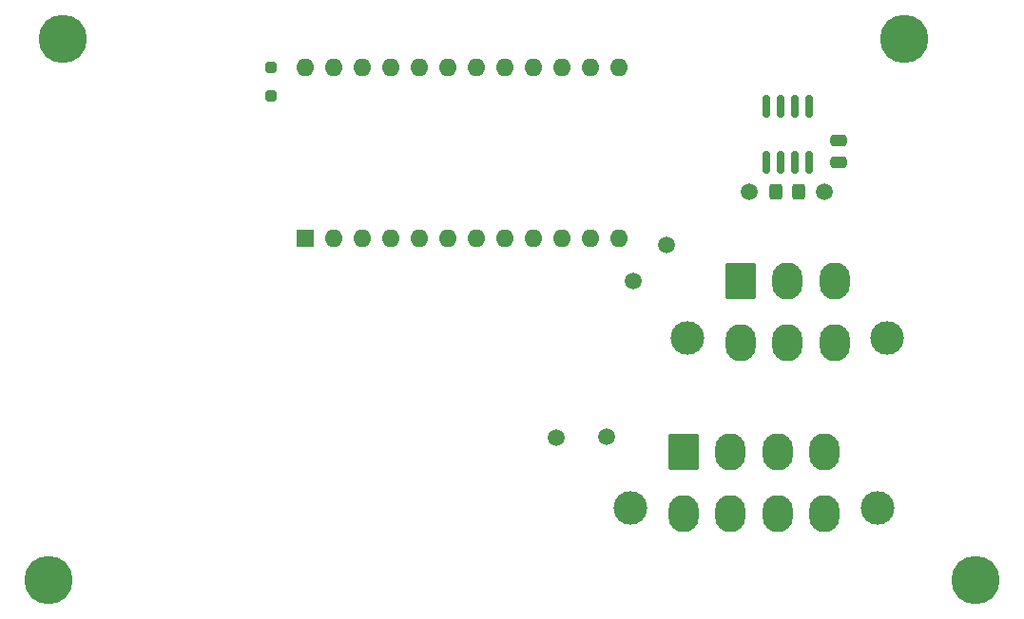
<source format=gbr>
%TF.GenerationSoftware,KiCad,Pcbnew,7.0.1*%
%TF.CreationDate,2023-11-05T12:29:06-07:00*%
%TF.ProjectId,ABSIS_HID Bus Master,41425349-535f-4484-9944-20427573204d,3*%
%TF.SameCoordinates,Original*%
%TF.FileFunction,Soldermask,Top*%
%TF.FilePolarity,Negative*%
%FSLAX46Y46*%
G04 Gerber Fmt 4.6, Leading zero omitted, Abs format (unit mm)*
G04 Created by KiCad (PCBNEW 7.0.1) date 2023-11-05 12:29:06*
%MOMM*%
%LPD*%
G01*
G04 APERTURE LIST*
G04 Aperture macros list*
%AMRoundRect*
0 Rectangle with rounded corners*
0 $1 Rounding radius*
0 $2 $3 $4 $5 $6 $7 $8 $9 X,Y pos of 4 corners*
0 Add a 4 corners polygon primitive as box body*
4,1,4,$2,$3,$4,$5,$6,$7,$8,$9,$2,$3,0*
0 Add four circle primitives for the rounded corners*
1,1,$1+$1,$2,$3*
1,1,$1+$1,$4,$5*
1,1,$1+$1,$6,$7*
1,1,$1+$1,$8,$9*
0 Add four rect primitives between the rounded corners*
20,1,$1+$1,$2,$3,$4,$5,0*
20,1,$1+$1,$4,$5,$6,$7,0*
20,1,$1+$1,$6,$7,$8,$9,0*
20,1,$1+$1,$8,$9,$2,$3,0*%
G04 Aperture macros list end*
%ADD10C,4.300000*%
%ADD11C,1.500000*%
%ADD12RoundRect,0.150000X-0.150000X0.825000X-0.150000X-0.825000X0.150000X-0.825000X0.150000X0.825000X0*%
%ADD13RoundRect,0.249999X-0.325001X-0.450001X0.325001X-0.450001X0.325001X0.450001X-0.325001X0.450001X0*%
%ADD14RoundRect,0.250000X0.475000X-0.250000X0.475000X0.250000X-0.475000X0.250000X-0.475000X-0.250000X0*%
%ADD15C,3.000000*%
%ADD16RoundRect,0.250001X-1.099999X-1.399999X1.099999X-1.399999X1.099999X1.399999X-1.099999X1.399999X0*%
%ADD17O,2.700000X3.300000*%
%ADD18R,1.600000X1.600000*%
%ADD19O,1.600000X1.600000*%
%ADD20RoundRect,0.250000X-0.250000X0.250000X-0.250000X-0.250000X0.250000X-0.250000X0.250000X0.250000X0*%
G04 APERTURE END LIST*
D10*
%TO.C,MH1*%
X3175000Y2540000D03*
%TD*%
%TO.C,MH2*%
X85725000Y2540000D03*
%TD*%
%TO.C,MH3*%
X4445000Y50800000D03*
%TD*%
%TO.C,MH4*%
X79375000Y50800000D03*
%TD*%
D11*
%TO.C,TP6*%
X65532000Y37211000D03*
%TD*%
D12*
%TO.C,U1*%
X70866000Y44766000D03*
X69596000Y44766000D03*
X68326000Y44766000D03*
X67056000Y44766000D03*
X67056000Y39816000D03*
X68326000Y39816000D03*
X69596000Y39816000D03*
X70866000Y39816000D03*
%TD*%
D13*
%TO.C,R1*%
X67936000Y37211000D03*
X69986000Y37211000D03*
%TD*%
D11*
%TO.C,TP5*%
X72263000Y37211000D03*
%TD*%
D14*
%TO.C,C1*%
X73533000Y39817000D03*
X73533000Y41717000D03*
%TD*%
D15*
%TO.C,J1*%
X54990000Y8960000D03*
X76990000Y8960000D03*
D16*
X59690000Y14000000D03*
D17*
X63890000Y14000000D03*
X68090000Y14000000D03*
X72290000Y14000000D03*
X59690000Y8500000D03*
X63890000Y8500000D03*
X68090000Y8500000D03*
X72290000Y8500000D03*
%TD*%
D15*
%TO.C,J2*%
X60070000Y24170000D03*
X77870000Y24170000D03*
D16*
X64770000Y29210000D03*
D17*
X68970000Y29210000D03*
X73170000Y29210000D03*
X64770000Y23710000D03*
X68970000Y23710000D03*
X73170000Y23710000D03*
%TD*%
D11*
%TO.C,TP1*%
X48370000Y15260000D03*
%TD*%
D18*
%TO.C,U0*%
X26000000Y33000000D03*
D19*
X28540000Y33000000D03*
X31080000Y33000000D03*
X33620000Y33000000D03*
X36160000Y33000000D03*
X38700000Y33000000D03*
X41240000Y33000000D03*
X43780000Y33000000D03*
X46320000Y33000000D03*
X48860000Y33000000D03*
X51400000Y33000000D03*
X53940000Y33000000D03*
X53940000Y48240000D03*
X51400000Y48240000D03*
X48860000Y48240000D03*
X46320000Y48240000D03*
X43780000Y48240000D03*
X41240000Y48240000D03*
X38700000Y48240000D03*
X36160000Y48240000D03*
X33620000Y48240000D03*
X31080000Y48240000D03*
X28540000Y48240000D03*
X26000000Y48240000D03*
%TD*%
D11*
%TO.C,TP4*%
X52840000Y15330000D03*
%TD*%
%TO.C,TP2*%
X58170000Y32400000D03*
%TD*%
D20*
%TO.C,D1*%
X23000000Y48250000D03*
X23000000Y45750000D03*
%TD*%
D11*
%TO.C,TP3*%
X55245000Y29210000D03*
%TD*%
M02*

</source>
